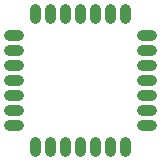
<source format=gbr>
%FSLAX34Y34*%
%MOMM*%
%LNSOLDERMASK_BOTTOM*%
G71*
G01*
%ADD10C,0.950*%
%LPD*%
G54D10*
X74791Y892135D02*
X82291Y892135D01*
G54D10*
X186788Y892134D02*
X194288Y892134D01*
G54D10*
X74791Y879434D02*
X82291Y879434D01*
G54D10*
X74791Y866734D02*
X82291Y866734D01*
G54D10*
X74791Y854034D02*
X82291Y854034D01*
G54D10*
X74791Y841334D02*
X82291Y841334D01*
G54D10*
X74791Y828634D02*
X82291Y828634D01*
G54D10*
X74791Y815934D02*
X82291Y815934D01*
G54D10*
X96441Y913784D02*
X96441Y906284D01*
G54D10*
X109141Y913784D02*
X109141Y906284D01*
G54D10*
X121841Y913784D02*
X121841Y906284D01*
G54D10*
X134541Y913784D02*
X134541Y906284D01*
G54D10*
X147240Y913785D02*
X147240Y906285D01*
G54D10*
X159941Y913784D02*
X159941Y906284D01*
G54D10*
X172640Y913784D02*
X172640Y906284D01*
G54D10*
X186788Y879434D02*
X194288Y879434D01*
G54D10*
X186788Y866734D02*
X194288Y866734D01*
G54D10*
X186788Y854034D02*
X194288Y854034D01*
G54D10*
X186788Y841334D02*
X194288Y841334D01*
G54D10*
X186788Y828634D02*
X194288Y828634D01*
G54D10*
X186788Y815934D02*
X194288Y815934D01*
G54D10*
X96441Y801784D02*
X96441Y794284D01*
G54D10*
X109141Y801784D02*
X109141Y794284D01*
G54D10*
X121841Y801784D02*
X121841Y794284D01*
G54D10*
X134541Y801784D02*
X134541Y794284D01*
G54D10*
X147241Y801784D02*
X147241Y794284D01*
G54D10*
X159941Y801784D02*
X159941Y794284D01*
G54D10*
X172640Y801784D02*
X172640Y794284D01*
M02*

</source>
